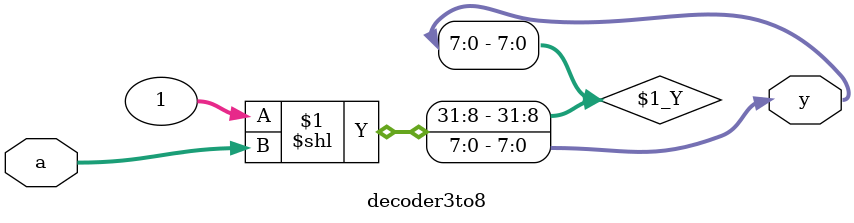
<source format=v>

module decoder3to8(input wire [2:0] a, output wire [7:0] y);
    assign y = 1 << a;
endmodule
</source>
